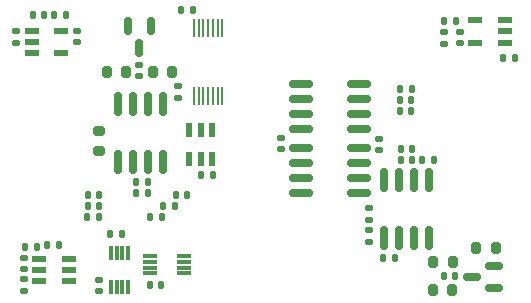
<source format=gtp>
%TF.GenerationSoftware,KiCad,Pcbnew,(7.0.0)*%
%TF.CreationDate,2023-04-14T14:14:43+01:00*%
%TF.ProjectId,CANRepIso,43414e52-6570-4497-936f-2e6b69636164,rev?*%
%TF.SameCoordinates,Original*%
%TF.FileFunction,Paste,Top*%
%TF.FilePolarity,Positive*%
%FSLAX46Y46*%
G04 Gerber Fmt 4.6, Leading zero omitted, Abs format (unit mm)*
G04 Created by KiCad (PCBNEW (7.0.0)) date 2023-04-14 14:14:43*
%MOMM*%
%LPD*%
G01*
G04 APERTURE LIST*
G04 Aperture macros list*
%AMRoundRect*
0 Rectangle with rounded corners*
0 $1 Rounding radius*
0 $2 $3 $4 $5 $6 $7 $8 $9 X,Y pos of 4 corners*
0 Add a 4 corners polygon primitive as box body*
4,1,4,$2,$3,$4,$5,$6,$7,$8,$9,$2,$3,0*
0 Add four circle primitives for the rounded corners*
1,1,$1+$1,$2,$3*
1,1,$1+$1,$4,$5*
1,1,$1+$1,$6,$7*
1,1,$1+$1,$8,$9*
0 Add four rect primitives between the rounded corners*
20,1,$1+$1,$2,$3,$4,$5,0*
20,1,$1+$1,$4,$5,$6,$7,0*
20,1,$1+$1,$6,$7,$8,$9,0*
20,1,$1+$1,$8,$9,$2,$3,0*%
G04 Aperture macros list end*
%ADD10R,1.200000X0.600000*%
%ADD11RoundRect,0.140000X0.170000X-0.140000X0.170000X0.140000X-0.170000X0.140000X-0.170000X-0.140000X0*%
%ADD12RoundRect,0.135000X-0.135000X-0.185000X0.135000X-0.185000X0.135000X0.185000X-0.135000X0.185000X0*%
%ADD13RoundRect,0.135000X0.185000X-0.135000X0.185000X0.135000X-0.185000X0.135000X-0.185000X-0.135000X0*%
%ADD14RoundRect,0.200000X-0.275000X0.200000X-0.275000X-0.200000X0.275000X-0.200000X0.275000X0.200000X0*%
%ADD15RoundRect,0.040600X0.564400X0.249400X-0.564400X0.249400X-0.564400X-0.249400X0.564400X-0.249400X0*%
%ADD16RoundRect,0.140000X0.140000X0.170000X-0.140000X0.170000X-0.140000X-0.170000X0.140000X-0.170000X0*%
%ADD17RoundRect,0.150000X-0.150000X0.825000X-0.150000X-0.825000X0.150000X-0.825000X0.150000X0.825000X0*%
%ADD18RoundRect,0.147500X-0.147500X-0.172500X0.147500X-0.172500X0.147500X0.172500X-0.147500X0.172500X0*%
%ADD19RoundRect,0.140000X-0.170000X0.140000X-0.170000X-0.140000X0.170000X-0.140000X0.170000X0.140000X0*%
%ADD20RoundRect,0.150000X0.825000X0.150000X-0.825000X0.150000X-0.825000X-0.150000X0.825000X-0.150000X0*%
%ADD21RoundRect,0.200000X-0.200000X-0.275000X0.200000X-0.275000X0.200000X0.275000X-0.200000X0.275000X0*%
%ADD22RoundRect,0.147500X0.147500X0.172500X-0.147500X0.172500X-0.147500X-0.172500X0.147500X-0.172500X0*%
%ADD23RoundRect,0.135000X0.135000X0.185000X-0.135000X0.185000X-0.135000X-0.185000X0.135000X-0.185000X0*%
%ADD24RoundRect,0.140000X-0.140000X-0.170000X0.140000X-0.170000X0.140000X0.170000X-0.140000X0.170000X0*%
%ADD25RoundRect,0.200000X0.200000X0.275000X-0.200000X0.275000X-0.200000X-0.275000X0.200000X-0.275000X0*%
%ADD26RoundRect,0.150000X-0.150000X0.587500X-0.150000X-0.587500X0.150000X-0.587500X0.150000X0.587500X0*%
%ADD27RoundRect,0.135000X-0.185000X0.135000X-0.185000X-0.135000X0.185000X-0.135000X0.185000X0.135000X0*%
%ADD28RoundRect,0.150000X0.587500X0.150000X-0.587500X0.150000X-0.587500X-0.150000X0.587500X-0.150000X0*%
%ADD29RoundRect,0.147500X-0.172500X0.147500X-0.172500X-0.147500X0.172500X-0.147500X0.172500X0.147500X0*%
%ADD30RoundRect,0.150000X0.150000X-0.825000X0.150000X0.825000X-0.150000X0.825000X-0.150000X-0.825000X0*%
%ADD31RoundRect,0.150000X-0.825000X-0.150000X0.825000X-0.150000X0.825000X0.150000X-0.825000X0.150000X0*%
%ADD32RoundRect,0.040600X-0.249400X0.564400X-0.249400X-0.564400X0.249400X-0.564400X0.249400X0.564400X0*%
%ADD33RoundRect,0.008100X0.126900X-0.551900X0.126900X0.551900X-0.126900X0.551900X-0.126900X-0.551900X0*%
%ADD34RoundRect,0.008100X0.551900X0.126900X-0.551900X0.126900X-0.551900X-0.126900X0.551900X-0.126900X0*%
%ADD35R,0.240000X1.570000*%
G04 APERTURE END LIST*
D10*
%TO.C,U11*%
X158399999Y-87267999D03*
X158399999Y-85367999D03*
X160899999Y-85367999D03*
X160899999Y-86317999D03*
X160899999Y-87267999D03*
%TD*%
D11*
%TO.C,C15*%
X120186800Y-106453200D03*
X120186800Y-105493200D03*
%TD*%
D12*
%TO.C,R4*%
X130890000Y-102040000D03*
X131910000Y-102040000D03*
%TD*%
D13*
%TO.C,R7*%
X149440000Y-104150000D03*
X149440000Y-103130000D03*
%TD*%
D14*
%TO.C,R3*%
X126600000Y-94780000D03*
X126600000Y-96430000D03*
%TD*%
D15*
%TO.C,U3*%
X124016799Y-107493201D03*
X124016799Y-106543201D03*
X124016799Y-105593201D03*
X121506799Y-105593201D03*
X121506799Y-106543201D03*
X121506799Y-107493201D03*
%TD*%
D16*
%TO.C,C4*%
X130670000Y-99085000D03*
X129710000Y-99085000D03*
%TD*%
D17*
%TO.C,U8*%
X154510000Y-98900000D03*
X153240000Y-98900000D03*
X151970000Y-98900000D03*
X150700000Y-98900000D03*
X150700000Y-103850000D03*
X151970000Y-103850000D03*
X153240000Y-103850000D03*
X154510000Y-103850000D03*
%TD*%
D18*
%TO.C,D5*%
X152030000Y-92170000D03*
X153000000Y-92170000D03*
%TD*%
D19*
%TO.C,C23*%
X124680001Y-86290000D03*
X124680001Y-87250000D03*
%TD*%
D20*
%TO.C,U9*%
X148585000Y-94605000D03*
X148585000Y-93335000D03*
X148585000Y-92065000D03*
X148585000Y-90795000D03*
X143635000Y-90795000D03*
X143635000Y-92065000D03*
X143635000Y-93335000D03*
X143635000Y-94605000D03*
%TD*%
D11*
%TO.C,C3*%
X129985000Y-90100000D03*
X129985000Y-89140000D03*
%TD*%
D21*
%TO.C,R8*%
X158515000Y-104630000D03*
X160165000Y-104630000D03*
%TD*%
D12*
%TO.C,R6*%
X152005000Y-91230000D03*
X153025000Y-91230000D03*
%TD*%
D18*
%TO.C,D7*%
X120945000Y-84970000D03*
X121915000Y-84970000D03*
%TD*%
D22*
%TO.C,D4*%
X126567500Y-101100000D03*
X125597500Y-101100000D03*
%TD*%
D23*
%TO.C,R13*%
X123805000Y-84970000D03*
X122785000Y-84970000D03*
%TD*%
D24*
%TO.C,C19*%
X130880000Y-107780000D03*
X131840000Y-107780000D03*
%TD*%
%TO.C,C16*%
X135230000Y-98470000D03*
X136190000Y-98470000D03*
%TD*%
D25*
%TO.C,R10*%
X156490000Y-108235000D03*
X154840000Y-108235000D03*
%TD*%
D23*
%TO.C,R5*%
X126592500Y-102040000D03*
X125572500Y-102040000D03*
%TD*%
D16*
%TO.C,C17*%
X134480000Y-84540000D03*
X133520000Y-84540000D03*
%TD*%
D13*
%TO.C,R15*%
X133210000Y-91975000D03*
X133210000Y-90955000D03*
%TD*%
%TO.C,R14*%
X155747000Y-86346000D03*
X155747000Y-87366000D03*
%TD*%
D16*
%TO.C,C21*%
X121281799Y-104593202D03*
X120321799Y-104593202D03*
%TD*%
D22*
%TO.C,D8*%
X155776000Y-85454000D03*
X156746000Y-85454000D03*
%TD*%
D26*
%TO.C,D1*%
X130935000Y-85845000D03*
X129035000Y-85845000D03*
X129985000Y-87720000D03*
%TD*%
D22*
%TO.C,D3*%
X132977500Y-101100000D03*
X132007500Y-101100000D03*
%TD*%
D16*
%TO.C,C5*%
X130670000Y-100035001D03*
X129710000Y-100035001D03*
%TD*%
D19*
%TO.C,C13*%
X119560001Y-86330000D03*
X119560001Y-87290000D03*
%TD*%
D21*
%TO.C,R9*%
X154860000Y-105835000D03*
X156510000Y-105835000D03*
%TD*%
D11*
%TO.C,C18*%
X126590000Y-108305000D03*
X126590000Y-107345000D03*
%TD*%
D10*
%TO.C,U10*%
X120869999Y-86289999D03*
X120869999Y-87239999D03*
X120869999Y-88189999D03*
X123369999Y-88189999D03*
X123369999Y-86289999D03*
%TD*%
D24*
%TO.C,C20*%
X127510000Y-103490000D03*
X128470000Y-103490000D03*
%TD*%
D27*
%TO.C,R11*%
X120181799Y-107303202D03*
X120181799Y-108323202D03*
%TD*%
D21*
%TO.C,R1*%
X131105000Y-89795000D03*
X132755000Y-89795000D03*
%TD*%
%TO.C,R2*%
X127225000Y-89805000D03*
X128875000Y-89805000D03*
%TD*%
D28*
%TO.C,D2*%
X160027500Y-108070000D03*
X160027500Y-106170000D03*
X158152500Y-107120000D03*
%TD*%
D11*
%TO.C,C22*%
X157090000Y-86368000D03*
X157090000Y-87328000D03*
%TD*%
D29*
%TO.C,D6*%
X149440000Y-101305000D03*
X149440000Y-102275000D03*
%TD*%
D23*
%TO.C,R16*%
X151640001Y-105550000D03*
X150620001Y-105550000D03*
%TD*%
D19*
%TO.C,C7*%
X141940000Y-95360000D03*
X141940000Y-96320000D03*
%TD*%
D24*
%TO.C,C12*%
X155765000Y-107035000D03*
X156725000Y-107035000D03*
%TD*%
D30*
%TO.C,U6*%
X128130000Y-97395000D03*
X129400000Y-97395000D03*
X130670000Y-97395000D03*
X131940000Y-97395000D03*
X131940000Y-92445000D03*
X130670000Y-92445000D03*
X129400000Y-92445000D03*
X128130000Y-92445000D03*
%TD*%
D31*
%TO.C,U7*%
X143630000Y-96190000D03*
X143630000Y-97460000D03*
X143630000Y-98730000D03*
X143630000Y-100000000D03*
X148580000Y-100000000D03*
X148580000Y-98730000D03*
X148580000Y-97460000D03*
X148580000Y-96190000D03*
%TD*%
D24*
%TO.C,C10*%
X152110000Y-97220000D03*
X153070000Y-97220000D03*
%TD*%
D32*
%TO.C,U4*%
X136110000Y-94645000D03*
X135160000Y-94645000D03*
X134210000Y-94645000D03*
X134210000Y-97155000D03*
X135160000Y-97155000D03*
X136110000Y-97155000D03*
%TD*%
D33*
%TO.C,U5*%
X127550000Y-107930000D03*
X128050000Y-107930000D03*
X128550000Y-107930000D03*
X129050000Y-107930000D03*
X129050000Y-105120000D03*
X128550000Y-105120000D03*
X128050000Y-105120000D03*
X127550000Y-105120000D03*
%TD*%
D34*
%TO.C,U2*%
X133730000Y-106820000D03*
X133730000Y-106320000D03*
X133730000Y-105820000D03*
X133730000Y-105320000D03*
X130920000Y-105320000D03*
X130920000Y-105820000D03*
X130920000Y-106320000D03*
X130920000Y-106820000D03*
%TD*%
D35*
%TO.C,U1*%
X134599999Y-91779999D03*
X134999999Y-91779999D03*
X135399999Y-91779999D03*
X135799999Y-91779999D03*
X136199999Y-91779999D03*
X136599999Y-91779999D03*
X136999999Y-91779999D03*
X136999999Y-86039999D03*
X136599999Y-86039999D03*
X136199999Y-86039999D03*
X135799999Y-86039999D03*
X135399999Y-86039999D03*
X134999999Y-86039999D03*
X134599999Y-86039999D03*
%TD*%
D24*
%TO.C,C6*%
X152030000Y-93080000D03*
X152990000Y-93080000D03*
%TD*%
D16*
%TO.C,C9*%
X154890000Y-97210000D03*
X153930000Y-97210000D03*
%TD*%
D24*
%TO.C,C1*%
X133050000Y-100160000D03*
X134010000Y-100160000D03*
%TD*%
%TO.C,C14*%
X160807901Y-88590526D03*
X161767901Y-88590526D03*
%TD*%
D16*
%TO.C,C2*%
X126560000Y-100170000D03*
X125600000Y-100170000D03*
%TD*%
D19*
%TO.C,C8*%
X150270000Y-95420000D03*
X150270000Y-96380000D03*
%TD*%
D23*
%TO.C,R12*%
X123151799Y-104373202D03*
X122131799Y-104373202D03*
%TD*%
D24*
%TO.C,C11*%
X152110000Y-96290000D03*
X153070000Y-96290000D03*
%TD*%
M02*

</source>
